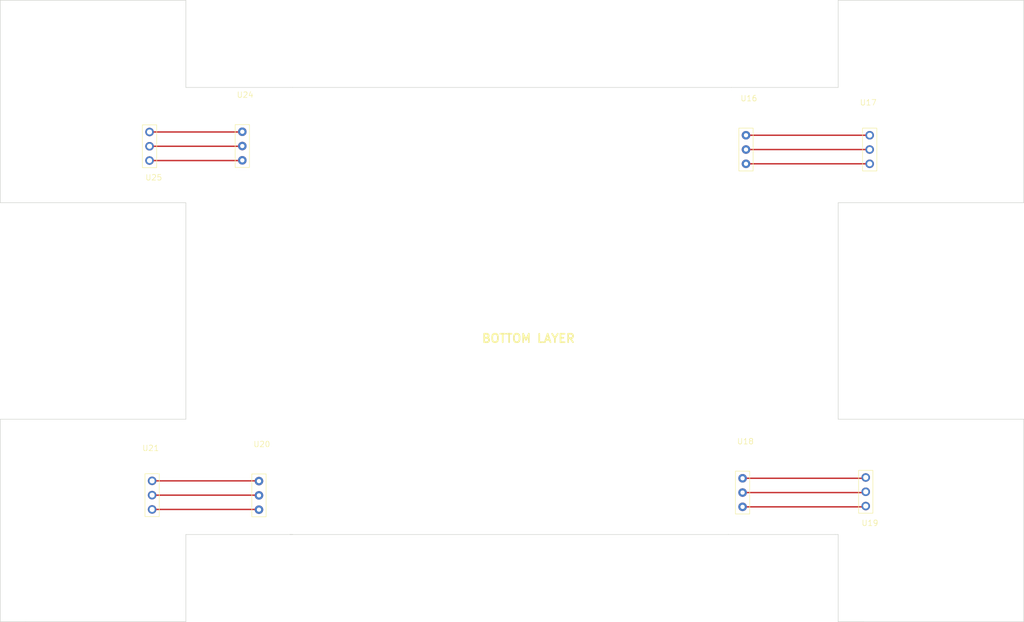
<source format=kicad_pcb>
(kicad_pcb (version 20221018) (generator pcbnew)
  (layers (0 "F.Cu" signal) (31 "B.Cu" signal) (34 "B.Paste" user) (35 "F.Paste" user) (36 "B.SilkS" user "B.Silkscreen") (37 "F.SilkS" user "F.Silkscreen") (38 "B.Mask" user) (39 "F.Mask" user) (44 "Edge.Cuts" user))
  (net 0 "")
  (footprint "teensy4.0:motor" (layer "F.Cu") (at 77.53 118.59)
    (fp_text reference "U21" (at 1.016 -4.548 unlocked) (layer "F.SilkS") (effects (font (thickness 0.1))))
    (fp_text value "Motor_3 hole4")
    (fp_rect (start 0 0) (end 2.54 7.62) (stroke (width 0.1)) (fill none) (layer "F.SilkS"))
    (pad "1" thru_hole circle (at 1.27 1.27) (size 1.524 1.524) (drill 0.914) (layers "*.Cu" "*.Mask"))
    (pad "2" thru_hole circle (at 1.27 3.81) (size 1.524 1.524) (drill 0.914) (layers "*.Cu" "*.Mask"))
    (pad "3" thru_hole circle (at 1.27 6.35) (size 1.524 1.524) (drill 0.914) (layers "*.Cu" "*.Mask"))
  )
  (footprint "teensy4.0:motor" (layer "F.Cu") (at 79.61 64.17 180)
    (fp_text reference "U25" (at 0.524 -1.752 unlocked) (layer "F.SilkS") (effects (font (thickness 0.1))))
    (fp_text value "Motor_3 hole3")
    (fp_rect (start 0 0) (end 2.54 7.62) (stroke (width 0.1)) (fill none) (layer "F.SilkS"))
    (pad "1" thru_hole circle (at 1.27 1.27 180) (size 1.524 1.524) (drill 0.914) (layers "*.Cu" "*.Mask"))
    (pad "2" thru_hole circle (at 1.27 3.81 180) (size 1.524 1.524) (drill 0.914) (layers "*.Cu" "*.Mask"))
    (pad "3" thru_hole circle (at 1.27 6.35 180) (size 1.524 1.524) (drill 0.914) (layers "*.Cu" "*.Mask"))
  )
  (footprint "teensy4.0:esc_3pin" (layer "F.Cu") (at 183.1358 57.13)
    (fp_text reference "U16" (at 1.778 -5.286 unlocked) (layer "F.SilkS") (effects (font (thickness 0.1))))
    (fp_text value "ESC_3 hole1")
    (fp_rect (start 0 0) (end 2.54 7.62) (stroke (width 0.1)) (fill none) (layer "F.SilkS"))
    (pad "1" thru_hole circle (at 1.27 1.27) (size 1.524 1.524) (drill 0.762) (layers "*.Cu" "*.Mask"))
    (pad "2" thru_hole circle (at 1.27 3.81) (size 1.524 1.524) (drill 0.762) (layers "*.Cu" "*.Mask"))
    (pad "3" thru_hole circle (at 1.27 6.35) (size 1.524 1.524) (drill 0.762) (layers "*.Cu" "*.Mask"))
  )
  (footprint "teensy4.0:esc_3pin" (layer "F.Cu") (at 93.57 56.51)
    (fp_text reference "U24" (at 1.778 -5.286 unlocked) (layer "F.SilkS") (effects (font (thickness 0.1))))
    (fp_text value "ESC_3 hole3")
    (fp_rect (start 0 0) (end 2.54 7.62) (stroke (width 0.1)) (fill none) (layer "F.SilkS"))
    (pad "1" thru_hole circle (at 1.27 1.27) (size 1.524 1.524) (drill 0.762) (layers "*.Cu" "*.Mask"))
    (pad "2" thru_hole circle (at 1.27 3.81) (size 1.524 1.524) (drill 0.762) (layers "*.Cu" "*.Mask"))
    (pad "3" thru_hole circle (at 1.27 6.35) (size 1.524 1.524) (drill 0.762) (layers "*.Cu" "*.Mask"))
  )
  (footprint "teensy4.0:motor" (layer "F.Cu") (at 205.13 57.13)
    (fp_text reference "U17" (at 1.016 -4.548 unlocked) (layer "F.SilkS") (effects (font (thickness 0.1))))
    (fp_text value "Motor_3 hole1")
    (fp_rect (start 0 0) (end 2.54 7.62) (stroke (width 0.1)) (fill none) (layer "F.SilkS"))
    (pad "1" thru_hole circle (at 1.27 1.27) (size 1.524 1.524) (drill 0.914) (layers "*.Cu" "*.Mask"))
    (pad "2" thru_hole circle (at 1.27 3.81) (size 1.524 1.524) (drill 0.914) (layers "*.Cu" "*.Mask"))
    (pad "3" thru_hole circle (at 1.27 6.35) (size 1.524 1.524) (drill 0.914) (layers "*.Cu" "*.Mask"))
  )
  (footprint "teensy4.0:esc_3pin" (layer "F.Cu") (at 96.53 118.63)
    (fp_text reference "U20" (at 1.778 -5.286 unlocked) (layer "F.SilkS") (effects (font (thickness 0.1))))
    (fp_text value "ESC_3 hole4")
    (fp_rect (start 0 0) (end 2.54 7.62) (stroke (width 0.1)) (fill none) (layer "F.SilkS"))
    (pad "1" thru_hole circle (at 1.27 1.27) (size 1.524 1.524) (drill 0.762) (layers "*.Cu" "*.Mask"))
    (pad "2" thru_hole circle (at 1.27 3.81) (size 1.524 1.524) (drill 0.762) (layers "*.Cu" "*.Mask"))
    (pad "3" thru_hole circle (at 1.27 6.35) (size 1.524 1.524) (drill 0.762) (layers "*.Cu" "*.Mask"))
  )
  (footprint "teensy4.0:esc_3pin" (layer "F.Cu") (at 182.53 118.13)
    (fp_text reference "U18" (at 1.778 -5.286 unlocked) (layer "F.SilkS") (effects (font (thickness 0.1))))
    (fp_text value "ESC_3 hole2")
    (fp_rect (start 0 0) (end 2.54 7.62) (stroke (width 0.1)) (fill none) (layer "F.SilkS"))
    (pad "1" thru_hole circle (at 1.27 1.27) (size 1.524 1.524) (drill 0.762) (layers "*.Cu" "*.Mask"))
    (pad "2" thru_hole circle (at 1.27 3.81) (size 1.524 1.524) (drill 0.762) (layers "*.Cu" "*.Mask"))
    (pad "3" thru_hole circle (at 1.27 6.35) (size 1.524 1.524) (drill 0.762) (layers "*.Cu" "*.Mask"))
  )
  (footprint "teensy4.0:motor" (layer "F.Cu") (at 206.97 125.61 180)
    (fp_text reference "U19" (at 0.524 -1.752 unlocked) (layer "F.SilkS") (effects (font (thickness 0.1))))
    (fp_text value "Motor_3 hole2")
    (fp_rect (start 0 0) (end 2.54 7.62) (stroke (width 0.1)) (fill none) (layer "F.SilkS"))
    (pad "1" thru_hole circle (at 1.27 1.27 180) (size 1.524 1.524) (drill 0.914) (layers "*.Cu" "*.Mask"))
    (pad "2" thru_hole circle (at 1.27 3.81 180) (size 1.524 1.524) (drill 0.914) (layers "*.Cu" "*.Mask"))
    (pad "3" thru_hole circle (at 1.27 6.35 180) (size 1.524 1.524) (drill 0.914) (layers "*.Cu" "*.Mask"))
  )
  (gr_line (start 233.8 108.9) (end 233.8 144.9) (stroke (width 0.1)) (layer "Edge.Cuts"))
  (gr_line (start 84.8 70.4) (end 84.8 108.9) (stroke (width 0.1)) (layer "Edge.Cuts"))
  (gr_line (start 103.8 49.9) (end 181.8 49.9) (stroke (width 0.1)) (layer "Edge.Cuts"))
  (gr_line (start 200.8 70.4) (end 200.8 108.9) (stroke (width 0.1)) (layer "Edge.Cuts"))
  (gr_line (start 51.8 34.4) (end 51.8 70.4) (stroke (width 0.1)) (layer "Edge.Cuts"))
  (gr_line (start 200.3 129.4) (end 200.8 129.4) (stroke (width 0.1)) (layer "Edge.Cuts"))
  (gr_line (start 51.8 108.9) (end 51.8 144.9) (stroke (width 0.1)) (layer "Edge.Cuts"))
  (gr_line (start 56.3 34.4) (end 51.8 34.4) (stroke (width 0.1)) (layer "Edge.Cuts"))
  (gr_line (start 233.8 34.4) (end 205.3 34.4) (stroke (width 0.1)) (layer "Edge.Cuts"))
  (gr_line (start 200.8 129.4) (end 200.8 144.9) (stroke (width 0.1)) (layer "Edge.Cuts"))
  (gr_line (start 56.3 144.9) (end 51.8 144.9) (stroke (width 0.1)) (layer "Edge.Cuts"))
  (gr_line (start 103.8 49.9) (end 84.8 49.9) (stroke (width 0.1)) (layer "Edge.Cuts"))
  (gr_line (start 84.8 129.4) (end 84.8 144.9) (stroke (width 0.1)) (layer "Edge.Cuts"))
  (gr_line (start 205.3 144.9) (end 200.8 144.9) (stroke (width 0.1)) (layer "Edge.Cuts"))
  (gr_line (start 205.3 34.4) (end 200.8 34.4) (stroke (width 0.1)) (layer "Edge.Cuts"))
  (gr_line (start 200.8 108.9) (end 233.8 108.9) (stroke (width 0.1)) (layer "Edge.Cuts"))
  (gr_line (start 84.8 49.9) (end 84.8 34.4) (stroke (width 0.1)) (layer "Edge.Cuts"))
  (gr_line (start 233.8 34.4) (end 233.8 70.4) (stroke (width 0.1)) (layer "Edge.Cuts"))
  (gr_line (start 233.8 144.9) (end 205.3 144.9) (stroke (width 0.1)) (layer "Edge.Cuts"))
  (gr_line (start 103.8 129.4) (end 84.8 129.4) (stroke (width 0.1)) (layer "Edge.Cuts"))
  (gr_line (start 103.3 129.4) (end 181.3 129.4) (stroke (width 0.1)) (layer "Edge.Cuts"))
  (gr_line (start 51.8 70.4) (end 84.8 70.4) (stroke (width 0.1)) (layer "Edge.Cuts"))
  (gr_line (start 200.3 129.4) (end 181.3 129.4) (stroke (width 0.1)) (layer "Edge.Cuts"))
  (gr_line (start 200.8 49.9) (end 181.8 49.9) (stroke (width 0.1)) (layer "Edge.Cuts"))
  (gr_line (start 200.8 49.9) (end 200.8 34.4) (stroke (width 0.1)) (layer "Edge.Cuts"))
  (gr_line (start 84.8 144.9) (end 56.3 144.9) (stroke (width 0.1)) (layer "Edge.Cuts"))
  (gr_line (start 200.8 70.4) (end 233.8 70.4) (stroke (width 0.1)) (layer "Edge.Cuts"))
  (gr_line (start 51.8 108.9) (end 84.8 108.9) (stroke (width 0.1)) (layer "Edge.Cuts"))
  (gr_line (start 84.8 34.4) (end 56.3 34.4) (stroke (width 0.1)) (layer "Edge.Cuts"))
  (gr_text "BOTTOM LAYER" (at 137.3 95.4) (layer "F.SilkS") (effects (font (size 1.5 1.5) (thickness 0.3) bold) (justify left bottom)))
  (segment (start 94.8 62.9) (end 94.84 62.86) (width 0.25) (layer "F.Cu") (net 0))
  (segment (start 205.56 124.48) (end 205.7 124.34) (width 0.25) (layer "F.Cu") (net 0))
  (segment (start 78.8 122.4) (end 97.76 122.4) (width 0.25) (layer "F.Cu") (net 0))
  (segment (start 78.8 119.86) (end 97.76 119.86) (width 0.25) (layer "F.Cu") (net 0))
  (segment (start 184.4058 58.4) (end 206.4 58.4) (width 0.25) (layer "F.Cu") (net 0))
  (segment (start 183.8 124.48) (end 205.56 124.48) (width 0.25) (layer "F.Cu") (net 0))
  (segment (start 78.34 60.36) (end 94.8 60.36) (width 0.25) (layer "F.Cu") (net 0))
  (segment (start 97.76 119.86) (end 97.8 119.9) (width 0.25) (layer "F.Cu") (net 0))
  (segment (start 94.8 60.36) (end 94.84 60.32) (width 0.25) (layer "F.Cu") (net 0))
  (segment (start 94.8 57.82) (end 94.84 57.78) (width 0.25) (layer "F.Cu") (net 0))
  (segment (start 184.4058 63.48) (end 206.4 63.48) (width 0.25) (layer "F.Cu") (net 0))
  (segment (start 183.8 119.4) (end 205.56 119.4) (width 0.25) (layer "F.Cu") (net 0))
  (segment (start 78.8 124.94) (end 97.76 124.94) (width 0.25) (layer "F.Cu") (net 0))
  (segment (start 183.8 121.94) (end 205.56 121.94) (width 0.25) (layer "F.Cu") (net 0))
  (segment (start 184.4058 60.94) (end 206.4 60.94) (width 0.25) (layer "F.Cu") (net 0))
  (segment (start 205.56 119.4) (end 205.7 119.26) (width 0.25) (layer "F.Cu") (net 0))
  (segment (start 97.76 124.94) (end 97.8 124.98) (width 0.25) (layer "F.Cu") (net 0))
  (segment (start 97.76 122.4) (end 97.8 122.44) (width 0.25) (layer "F.Cu") (net 0))
  (segment (start 205.56 121.94) (end 205.7 121.8) (width 0.25) (layer "F.Cu") (net 0))
  (segment (start 78.34 62.9) (end 94.8 62.9) (width 0.25) (layer "F.Cu") (net 0))
  (segment (start 78.34 57.82) (end 94.8 57.82) (width 0.25) (layer "F.Cu") (net 0))
)
</source>
